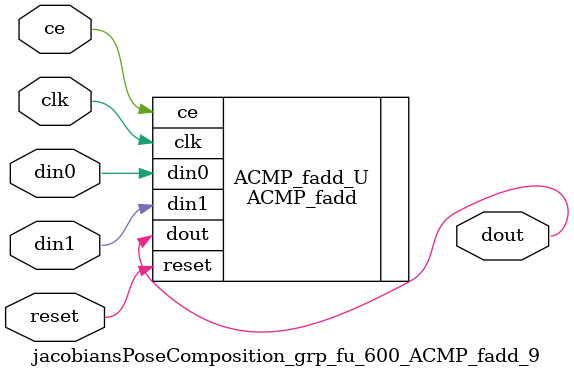
<source format=v>

`timescale 1 ns / 1 ps
module jacobiansPoseComposition_grp_fu_600_ACMP_fadd_9(
    clk,
    reset,
    ce,
    din0,
    din1,
    dout);

parameter ID = 32'd1;
parameter NUM_STAGE = 32'd1;
parameter din0_WIDTH = 32'd1;
parameter din1_WIDTH = 32'd1;
parameter dout_WIDTH = 32'd1;
input clk;
input reset;
input ce;
input[din0_WIDTH - 1:0] din0;
input[din1_WIDTH - 1:0] din1;
output[dout_WIDTH - 1:0] dout;



ACMP_fadd #(
.ID( ID ),
.NUM_STAGE( 4 ),
.din0_WIDTH( din0_WIDTH ),
.din1_WIDTH( din1_WIDTH ),
.dout_WIDTH( dout_WIDTH ))
ACMP_fadd_U(
    .clk( clk ),
    .reset( reset ),
    .ce( ce ),
    .din0( din0 ),
    .din1( din1 ),
    .dout( dout ));

endmodule

</source>
